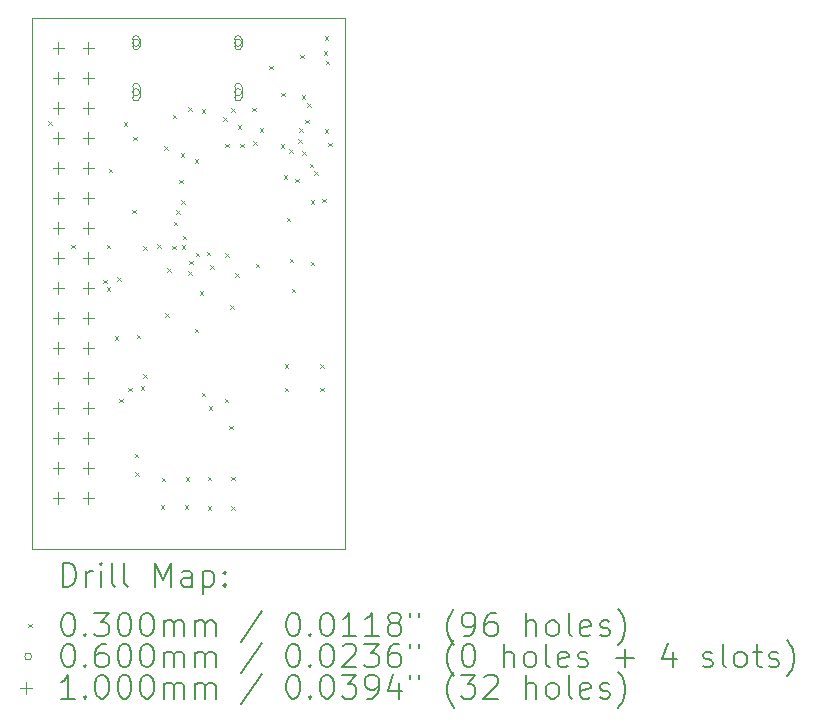
<source format=gbr>
%TF.GenerationSoftware,KiCad,Pcbnew,8.0.1*%
%TF.CreationDate,2024-04-26T14:46:44-05:00*%
%TF.ProjectId,Final Projeco,46696e61-6c20-4507-926f-6a65636f2e6b,rev?*%
%TF.SameCoordinates,Original*%
%TF.FileFunction,Drillmap*%
%TF.FilePolarity,Positive*%
%FSLAX45Y45*%
G04 Gerber Fmt 4.5, Leading zero omitted, Abs format (unit mm)*
G04 Created by KiCad (PCBNEW 8.0.1) date 2024-04-26 14:46:44*
%MOMM*%
%LPD*%
G01*
G04 APERTURE LIST*
%ADD10C,0.100000*%
%ADD11C,0.200000*%
G04 APERTURE END LIST*
D10*
X2500000Y-1550000D02*
X5150000Y-1550000D01*
X5150000Y-6050000D01*
X2500000Y-6050000D01*
X2500000Y-1550000D01*
D11*
D10*
X2636000Y-2428000D02*
X2666000Y-2458000D01*
X2666000Y-2428000D02*
X2636000Y-2458000D01*
X2829000Y-3472000D02*
X2859000Y-3502000D01*
X2859000Y-3472000D02*
X2829000Y-3502000D01*
X3098090Y-3767060D02*
X3128090Y-3797060D01*
X3128090Y-3767060D02*
X3098090Y-3797060D01*
X3128380Y-3833160D02*
X3158380Y-3863160D01*
X3158380Y-3833160D02*
X3128380Y-3863160D01*
X3129000Y-3474000D02*
X3159000Y-3504000D01*
X3159000Y-3474000D02*
X3129000Y-3504000D01*
X3147000Y-2829000D02*
X3177000Y-2859000D01*
X3177000Y-2829000D02*
X3147000Y-2859000D01*
X3196000Y-4245000D02*
X3226000Y-4275000D01*
X3226000Y-4245000D02*
X3196000Y-4275000D01*
X3217000Y-3747000D02*
X3247000Y-3777000D01*
X3247000Y-3747000D02*
X3217000Y-3777000D01*
X3237000Y-4776000D02*
X3267000Y-4806000D01*
X3267000Y-4776000D02*
X3237000Y-4806000D01*
X3272000Y-2435000D02*
X3302000Y-2465000D01*
X3302000Y-2435000D02*
X3272000Y-2465000D01*
X3310000Y-4685000D02*
X3340000Y-4715000D01*
X3340000Y-4685000D02*
X3310000Y-4715000D01*
X3347180Y-3176820D02*
X3377180Y-3206820D01*
X3377180Y-3176820D02*
X3347180Y-3206820D01*
X3353000Y-2559000D02*
X3383000Y-2589000D01*
X3383000Y-2559000D02*
X3353000Y-2589000D01*
X3367000Y-5241000D02*
X3397000Y-5271000D01*
X3397000Y-5241000D02*
X3367000Y-5271000D01*
X3373000Y-5400000D02*
X3403000Y-5430000D01*
X3403000Y-5400000D02*
X3373000Y-5430000D01*
X3385000Y-4235000D02*
X3415000Y-4265000D01*
X3415000Y-4235000D02*
X3385000Y-4265000D01*
X3417000Y-4671000D02*
X3447000Y-4701000D01*
X3447000Y-4671000D02*
X3417000Y-4701000D01*
X3438000Y-3483000D02*
X3468000Y-3513000D01*
X3468000Y-3483000D02*
X3438000Y-3513000D01*
X3440500Y-4570500D02*
X3470500Y-4600500D01*
X3470500Y-4570500D02*
X3440500Y-4600500D01*
X3558000Y-3467000D02*
X3588000Y-3497000D01*
X3588000Y-3467000D02*
X3558000Y-3497000D01*
X3587000Y-5679000D02*
X3617000Y-5709000D01*
X3617000Y-5679000D02*
X3587000Y-5709000D01*
X3595000Y-5446000D02*
X3625000Y-5476000D01*
X3625000Y-5446000D02*
X3595000Y-5476000D01*
X3617000Y-2638000D02*
X3647000Y-2668000D01*
X3647000Y-2638000D02*
X3617000Y-2668000D01*
X3627000Y-4052000D02*
X3657000Y-4082000D01*
X3657000Y-4052000D02*
X3627000Y-4082000D01*
X3642000Y-3670000D02*
X3672000Y-3700000D01*
X3672000Y-3670000D02*
X3642000Y-3700000D01*
X3682500Y-3482500D02*
X3712500Y-3512500D01*
X3712500Y-3482500D02*
X3682500Y-3512500D01*
X3690000Y-2372000D02*
X3720000Y-2402000D01*
X3720000Y-2372000D02*
X3690000Y-2402000D01*
X3695000Y-3279000D02*
X3725000Y-3309000D01*
X3725000Y-3279000D02*
X3695000Y-3309000D01*
X3719880Y-3179880D02*
X3749880Y-3209880D01*
X3749880Y-3179880D02*
X3719880Y-3209880D01*
X3743000Y-2922000D02*
X3773000Y-2952000D01*
X3773000Y-2922000D02*
X3743000Y-2952000D01*
X3755000Y-2699000D02*
X3785000Y-2729000D01*
X3785000Y-2699000D02*
X3755000Y-2729000D01*
X3760000Y-3096760D02*
X3790000Y-3126760D01*
X3790000Y-3096760D02*
X3760000Y-3126760D01*
X3766000Y-3477000D02*
X3796000Y-3507000D01*
X3796000Y-3477000D02*
X3766000Y-3507000D01*
X3773500Y-3395000D02*
X3803500Y-3425000D01*
X3803500Y-3395000D02*
X3773500Y-3425000D01*
X3791000Y-5679000D02*
X3821000Y-5709000D01*
X3821000Y-5679000D02*
X3791000Y-5709000D01*
X3799000Y-5439000D02*
X3829000Y-5469000D01*
X3829000Y-5439000D02*
X3799000Y-5469000D01*
X3818000Y-3697000D02*
X3848000Y-3727000D01*
X3848000Y-3697000D02*
X3818000Y-3727000D01*
X3820010Y-2310010D02*
X3850010Y-2340010D01*
X3850010Y-2310010D02*
X3820010Y-2340010D01*
X3829000Y-3608000D02*
X3859000Y-3638000D01*
X3859000Y-3608000D02*
X3829000Y-3638000D01*
X3873140Y-2749230D02*
X3903140Y-2779230D01*
X3903140Y-2749230D02*
X3873140Y-2779230D01*
X3875000Y-4185000D02*
X3905000Y-4215000D01*
X3905000Y-4185000D02*
X3875000Y-4215000D01*
X3884490Y-3541000D02*
X3914490Y-3571000D01*
X3914490Y-3541000D02*
X3884490Y-3571000D01*
X3915000Y-3865000D02*
X3945000Y-3895000D01*
X3945000Y-3865000D02*
X3915000Y-3895000D01*
X3935000Y-4725000D02*
X3965000Y-4755000D01*
X3965000Y-4725000D02*
X3935000Y-4755000D01*
X3935010Y-2325000D02*
X3965010Y-2355000D01*
X3965010Y-2325000D02*
X3935010Y-2355000D01*
X3976000Y-3530000D02*
X4006000Y-3560000D01*
X4006000Y-3530000D02*
X3976000Y-3560000D01*
X3985000Y-5435000D02*
X4015000Y-5465000D01*
X4015000Y-5435000D02*
X3985000Y-5465000D01*
X3985000Y-5685000D02*
X4015000Y-5715000D01*
X4015000Y-5685000D02*
X3985000Y-5715000D01*
X3992000Y-4841000D02*
X4022000Y-4871000D01*
X4022000Y-4841000D02*
X3992000Y-4871000D01*
X4005000Y-3645000D02*
X4035000Y-3675000D01*
X4035000Y-3645000D02*
X4005000Y-3675000D01*
X4114130Y-2393170D02*
X4144130Y-2423170D01*
X4144130Y-2393170D02*
X4114130Y-2423170D01*
X4127000Y-4778000D02*
X4157000Y-4808000D01*
X4157000Y-4778000D02*
X4127000Y-4808000D01*
X4131000Y-2616000D02*
X4161000Y-2646000D01*
X4161000Y-2616000D02*
X4131000Y-2646000D01*
X4132000Y-3545000D02*
X4162000Y-3575000D01*
X4162000Y-3545000D02*
X4132000Y-3575000D01*
X4165000Y-5005000D02*
X4195000Y-5035000D01*
X4195000Y-5005000D02*
X4165000Y-5035000D01*
X4175000Y-3985000D02*
X4205000Y-4015000D01*
X4205000Y-3985000D02*
X4175000Y-4015000D01*
X4185000Y-2315000D02*
X4215000Y-2345000D01*
X4215000Y-2315000D02*
X4185000Y-2345000D01*
X4185000Y-5435000D02*
X4215000Y-5465000D01*
X4215000Y-5435000D02*
X4185000Y-5465000D01*
X4185000Y-5685000D02*
X4215000Y-5715000D01*
X4215000Y-5685000D02*
X4185000Y-5715000D01*
X4216000Y-3715000D02*
X4246000Y-3745000D01*
X4246000Y-3715000D02*
X4216000Y-3745000D01*
X4239000Y-2459000D02*
X4269000Y-2489000D01*
X4269000Y-2459000D02*
X4239000Y-2489000D01*
X4258000Y-2618000D02*
X4288000Y-2648000D01*
X4288000Y-2618000D02*
X4258000Y-2648000D01*
X4361000Y-2314000D02*
X4391000Y-2344000D01*
X4391000Y-2314000D02*
X4361000Y-2344000D01*
X4369000Y-2596000D02*
X4399000Y-2626000D01*
X4399000Y-2596000D02*
X4369000Y-2626000D01*
X4391380Y-3635000D02*
X4421380Y-3665000D01*
X4421380Y-3635000D02*
X4391380Y-3665000D01*
X4425000Y-2485000D02*
X4455000Y-2515000D01*
X4455000Y-2485000D02*
X4425000Y-2515000D01*
X4505000Y-1955000D02*
X4535000Y-1985000D01*
X4535000Y-1955000D02*
X4505000Y-1985000D01*
X4604000Y-2620000D02*
X4634000Y-2650000D01*
X4634000Y-2620000D02*
X4604000Y-2650000D01*
X4605000Y-2187000D02*
X4635000Y-2217000D01*
X4635000Y-2187000D02*
X4605000Y-2217000D01*
X4629770Y-2883110D02*
X4659770Y-2913110D01*
X4659770Y-2883110D02*
X4629770Y-2913110D01*
X4635000Y-4485000D02*
X4665000Y-4515000D01*
X4665000Y-4485000D02*
X4635000Y-4515000D01*
X4635000Y-4685000D02*
X4665000Y-4715000D01*
X4665000Y-4685000D02*
X4635000Y-4715000D01*
X4655000Y-3245000D02*
X4685000Y-3275000D01*
X4685000Y-3245000D02*
X4655000Y-3275000D01*
X4676000Y-2666000D02*
X4706000Y-2696000D01*
X4706000Y-2666000D02*
X4676000Y-2696000D01*
X4680000Y-3590000D02*
X4710000Y-3620000D01*
X4710000Y-3590000D02*
X4680000Y-3620000D01*
X4695000Y-3845000D02*
X4725000Y-3875000D01*
X4725000Y-3845000D02*
X4695000Y-3875000D01*
X4724670Y-2915300D02*
X4754670Y-2945300D01*
X4754670Y-2915300D02*
X4724670Y-2945300D01*
X4750000Y-2580000D02*
X4780000Y-2610000D01*
X4780000Y-2580000D02*
X4750000Y-2610000D01*
X4758000Y-2485000D02*
X4788000Y-2515000D01*
X4788000Y-2485000D02*
X4758000Y-2515000D01*
X4769000Y-1864000D02*
X4799000Y-1894000D01*
X4799000Y-1864000D02*
X4769000Y-1894000D01*
X4782000Y-2205000D02*
X4812000Y-2235000D01*
X4812000Y-2205000D02*
X4782000Y-2235000D01*
X4785270Y-2680410D02*
X4815270Y-2710410D01*
X4815270Y-2680410D02*
X4785270Y-2710410D01*
X4811000Y-2414000D02*
X4841000Y-2444000D01*
X4841000Y-2414000D02*
X4811000Y-2444000D01*
X4828000Y-2276000D02*
X4858000Y-2306000D01*
X4858000Y-2276000D02*
X4828000Y-2306000D01*
X4848000Y-2786000D02*
X4878000Y-2816000D01*
X4878000Y-2786000D02*
X4848000Y-2816000D01*
X4855000Y-3095000D02*
X4885000Y-3125000D01*
X4885000Y-3095000D02*
X4855000Y-3125000D01*
X4855000Y-3615000D02*
X4885000Y-3645000D01*
X4885000Y-3615000D02*
X4855000Y-3645000D01*
X4887000Y-2850000D02*
X4917000Y-2880000D01*
X4917000Y-2850000D02*
X4887000Y-2880000D01*
X4935000Y-4485000D02*
X4965000Y-4515000D01*
X4965000Y-4485000D02*
X4935000Y-4515000D01*
X4935000Y-4685000D02*
X4965000Y-4715000D01*
X4965000Y-4685000D02*
X4935000Y-4715000D01*
X4952000Y-3083000D02*
X4982000Y-3113000D01*
X4982000Y-3083000D02*
X4952000Y-3113000D01*
X4965000Y-1835000D02*
X4995000Y-1865000D01*
X4995000Y-1835000D02*
X4965000Y-1865000D01*
X4975000Y-1705000D02*
X5005000Y-1735000D01*
X5005000Y-1705000D02*
X4975000Y-1735000D01*
X4976000Y-2495000D02*
X5006000Y-2525000D01*
X5006000Y-2495000D02*
X4976000Y-2525000D01*
X4985000Y-1915000D02*
X5015000Y-1945000D01*
X5015000Y-1915000D02*
X4985000Y-1945000D01*
X5007000Y-2609000D02*
X5037000Y-2639000D01*
X5037000Y-2609000D02*
X5007000Y-2639000D01*
X3407986Y-1762504D02*
G75*
G02*
X3347986Y-1762504I-30000J0D01*
G01*
X3347986Y-1762504D02*
G75*
G02*
X3407986Y-1762504I30000J0D01*
G01*
X3407986Y-1792504D02*
X3407986Y-1732504D01*
X3347986Y-1732504D02*
G75*
G02*
X3407986Y-1732504I30000J0D01*
G01*
X3347986Y-1732504D02*
X3347986Y-1792504D01*
X3347986Y-1792504D02*
G75*
G03*
X3407986Y-1792504I30000J0D01*
G01*
X3407986Y-2180513D02*
G75*
G02*
X3347986Y-2180513I-30000J0D01*
G01*
X3347986Y-2180513D02*
G75*
G02*
X3407986Y-2180513I30000J0D01*
G01*
X3407986Y-2225513D02*
X3407986Y-2135513D01*
X3347986Y-2135513D02*
G75*
G02*
X3407986Y-2135513I30000J0D01*
G01*
X3347986Y-2135513D02*
X3347986Y-2225513D01*
X3347986Y-2225513D02*
G75*
G03*
X3407986Y-2225513I30000J0D01*
G01*
X4271994Y-1762504D02*
G75*
G02*
X4211994Y-1762504I-30000J0D01*
G01*
X4211994Y-1762504D02*
G75*
G02*
X4271994Y-1762504I30000J0D01*
G01*
X4271994Y-1792504D02*
X4271994Y-1732504D01*
X4211994Y-1732504D02*
G75*
G02*
X4271994Y-1732504I30000J0D01*
G01*
X4211994Y-1732504D02*
X4211994Y-1792504D01*
X4211994Y-1792504D02*
G75*
G03*
X4271994Y-1792504I30000J0D01*
G01*
X4271994Y-2180513D02*
G75*
G02*
X4211994Y-2180513I-30000J0D01*
G01*
X4211994Y-2180513D02*
G75*
G02*
X4271994Y-2180513I30000J0D01*
G01*
X4271994Y-2225513D02*
X4271994Y-2135513D01*
X4211994Y-2135513D02*
G75*
G02*
X4271994Y-2135513I30000J0D01*
G01*
X4211994Y-2135513D02*
X4211994Y-2225513D01*
X4211994Y-2225513D02*
G75*
G03*
X4271994Y-2225513I30000J0D01*
G01*
X2721000Y-1754996D02*
X2721000Y-1854996D01*
X2671000Y-1804996D02*
X2771000Y-1804996D01*
X2721000Y-2008997D02*
X2721000Y-2108997D01*
X2671000Y-2058997D02*
X2771000Y-2058997D01*
X2721000Y-2262997D02*
X2721000Y-2362997D01*
X2671000Y-2312997D02*
X2771000Y-2312997D01*
X2721000Y-2516998D02*
X2721000Y-2616998D01*
X2671000Y-2566998D02*
X2771000Y-2566998D01*
X2721000Y-2770998D02*
X2721000Y-2870998D01*
X2671000Y-2820998D02*
X2771000Y-2820998D01*
X2721000Y-3024999D02*
X2721000Y-3124999D01*
X2671000Y-3074999D02*
X2771000Y-3074999D01*
X2721000Y-3278999D02*
X2721000Y-3378999D01*
X2671000Y-3328999D02*
X2771000Y-3328999D01*
X2721000Y-3533000D02*
X2721000Y-3633000D01*
X2671000Y-3583000D02*
X2771000Y-3583000D01*
X2721000Y-3787000D02*
X2721000Y-3887000D01*
X2671000Y-3837000D02*
X2771000Y-3837000D01*
X2721000Y-4041001D02*
X2721000Y-4141001D01*
X2671000Y-4091001D02*
X2771000Y-4091001D01*
X2721000Y-4295001D02*
X2721000Y-4395001D01*
X2671000Y-4345001D02*
X2771000Y-4345001D01*
X2721000Y-4549002D02*
X2721000Y-4649002D01*
X2671000Y-4599002D02*
X2771000Y-4599002D01*
X2721000Y-4803002D02*
X2721000Y-4903002D01*
X2671000Y-4853002D02*
X2771000Y-4853002D01*
X2721000Y-5057003D02*
X2721000Y-5157003D01*
X2671000Y-5107003D02*
X2771000Y-5107003D01*
X2721000Y-5311003D02*
X2721000Y-5411003D01*
X2671000Y-5361003D02*
X2771000Y-5361003D01*
X2721000Y-5565004D02*
X2721000Y-5665004D01*
X2671000Y-5615004D02*
X2771000Y-5615004D01*
X2975000Y-1754996D02*
X2975000Y-1854996D01*
X2925000Y-1804996D02*
X3025000Y-1804996D01*
X2975000Y-2008997D02*
X2975000Y-2108997D01*
X2925000Y-2058997D02*
X3025000Y-2058997D01*
X2975000Y-2262997D02*
X2975000Y-2362997D01*
X2925000Y-2312997D02*
X3025000Y-2312997D01*
X2975000Y-2516998D02*
X2975000Y-2616998D01*
X2925000Y-2566998D02*
X3025000Y-2566998D01*
X2975000Y-2770998D02*
X2975000Y-2870998D01*
X2925000Y-2820998D02*
X3025000Y-2820998D01*
X2975000Y-3024999D02*
X2975000Y-3124999D01*
X2925000Y-3074999D02*
X3025000Y-3074999D01*
X2975000Y-3278999D02*
X2975000Y-3378999D01*
X2925000Y-3328999D02*
X3025000Y-3328999D01*
X2975000Y-3533000D02*
X2975000Y-3633000D01*
X2925000Y-3583000D02*
X3025000Y-3583000D01*
X2975000Y-3787000D02*
X2975000Y-3887000D01*
X2925000Y-3837000D02*
X3025000Y-3837000D01*
X2975000Y-4041001D02*
X2975000Y-4141001D01*
X2925000Y-4091001D02*
X3025000Y-4091001D01*
X2975000Y-4295001D02*
X2975000Y-4395001D01*
X2925000Y-4345001D02*
X3025000Y-4345001D01*
X2975000Y-4549002D02*
X2975000Y-4649002D01*
X2925000Y-4599002D02*
X3025000Y-4599002D01*
X2975000Y-4803002D02*
X2975000Y-4903002D01*
X2925000Y-4853002D02*
X3025000Y-4853002D01*
X2975000Y-5057003D02*
X2975000Y-5157003D01*
X2925000Y-5107003D02*
X3025000Y-5107003D01*
X2975000Y-5311003D02*
X2975000Y-5411003D01*
X2925000Y-5361003D02*
X3025000Y-5361003D01*
X2975000Y-5565004D02*
X2975000Y-5665004D01*
X2925000Y-5615004D02*
X3025000Y-5615004D01*
D11*
X2755777Y-6366484D02*
X2755777Y-6166484D01*
X2755777Y-6166484D02*
X2803396Y-6166484D01*
X2803396Y-6166484D02*
X2831967Y-6176008D01*
X2831967Y-6176008D02*
X2851015Y-6195055D01*
X2851015Y-6195055D02*
X2860539Y-6214103D01*
X2860539Y-6214103D02*
X2870062Y-6252198D01*
X2870062Y-6252198D02*
X2870062Y-6280769D01*
X2870062Y-6280769D02*
X2860539Y-6318865D01*
X2860539Y-6318865D02*
X2851015Y-6337912D01*
X2851015Y-6337912D02*
X2831967Y-6356960D01*
X2831967Y-6356960D02*
X2803396Y-6366484D01*
X2803396Y-6366484D02*
X2755777Y-6366484D01*
X2955777Y-6366484D02*
X2955777Y-6233150D01*
X2955777Y-6271246D02*
X2965301Y-6252198D01*
X2965301Y-6252198D02*
X2974824Y-6242674D01*
X2974824Y-6242674D02*
X2993872Y-6233150D01*
X2993872Y-6233150D02*
X3012920Y-6233150D01*
X3079586Y-6366484D02*
X3079586Y-6233150D01*
X3079586Y-6166484D02*
X3070062Y-6176008D01*
X3070062Y-6176008D02*
X3079586Y-6185531D01*
X3079586Y-6185531D02*
X3089110Y-6176008D01*
X3089110Y-6176008D02*
X3079586Y-6166484D01*
X3079586Y-6166484D02*
X3079586Y-6185531D01*
X3203396Y-6366484D02*
X3184348Y-6356960D01*
X3184348Y-6356960D02*
X3174824Y-6337912D01*
X3174824Y-6337912D02*
X3174824Y-6166484D01*
X3308158Y-6366484D02*
X3289110Y-6356960D01*
X3289110Y-6356960D02*
X3279586Y-6337912D01*
X3279586Y-6337912D02*
X3279586Y-6166484D01*
X3536729Y-6366484D02*
X3536729Y-6166484D01*
X3536729Y-6166484D02*
X3603396Y-6309341D01*
X3603396Y-6309341D02*
X3670062Y-6166484D01*
X3670062Y-6166484D02*
X3670062Y-6366484D01*
X3851015Y-6366484D02*
X3851015Y-6261722D01*
X3851015Y-6261722D02*
X3841491Y-6242674D01*
X3841491Y-6242674D02*
X3822443Y-6233150D01*
X3822443Y-6233150D02*
X3784348Y-6233150D01*
X3784348Y-6233150D02*
X3765301Y-6242674D01*
X3851015Y-6356960D02*
X3831967Y-6366484D01*
X3831967Y-6366484D02*
X3784348Y-6366484D01*
X3784348Y-6366484D02*
X3765301Y-6356960D01*
X3765301Y-6356960D02*
X3755777Y-6337912D01*
X3755777Y-6337912D02*
X3755777Y-6318865D01*
X3755777Y-6318865D02*
X3765301Y-6299817D01*
X3765301Y-6299817D02*
X3784348Y-6290293D01*
X3784348Y-6290293D02*
X3831967Y-6290293D01*
X3831967Y-6290293D02*
X3851015Y-6280769D01*
X3946253Y-6233150D02*
X3946253Y-6433150D01*
X3946253Y-6242674D02*
X3965301Y-6233150D01*
X3965301Y-6233150D02*
X4003396Y-6233150D01*
X4003396Y-6233150D02*
X4022443Y-6242674D01*
X4022443Y-6242674D02*
X4031967Y-6252198D01*
X4031967Y-6252198D02*
X4041491Y-6271246D01*
X4041491Y-6271246D02*
X4041491Y-6328388D01*
X4041491Y-6328388D02*
X4031967Y-6347436D01*
X4031967Y-6347436D02*
X4022443Y-6356960D01*
X4022443Y-6356960D02*
X4003396Y-6366484D01*
X4003396Y-6366484D02*
X3965301Y-6366484D01*
X3965301Y-6366484D02*
X3946253Y-6356960D01*
X4127205Y-6347436D02*
X4136729Y-6356960D01*
X4136729Y-6356960D02*
X4127205Y-6366484D01*
X4127205Y-6366484D02*
X4117682Y-6356960D01*
X4117682Y-6356960D02*
X4127205Y-6347436D01*
X4127205Y-6347436D02*
X4127205Y-6366484D01*
X4127205Y-6242674D02*
X4136729Y-6252198D01*
X4136729Y-6252198D02*
X4127205Y-6261722D01*
X4127205Y-6261722D02*
X4117682Y-6252198D01*
X4117682Y-6252198D02*
X4127205Y-6242674D01*
X4127205Y-6242674D02*
X4127205Y-6261722D01*
D10*
X2465000Y-6680000D02*
X2495000Y-6710000D01*
X2495000Y-6680000D02*
X2465000Y-6710000D01*
D11*
X2793872Y-6586484D02*
X2812920Y-6586484D01*
X2812920Y-6586484D02*
X2831967Y-6596008D01*
X2831967Y-6596008D02*
X2841491Y-6605531D01*
X2841491Y-6605531D02*
X2851015Y-6624579D01*
X2851015Y-6624579D02*
X2860539Y-6662674D01*
X2860539Y-6662674D02*
X2860539Y-6710293D01*
X2860539Y-6710293D02*
X2851015Y-6748388D01*
X2851015Y-6748388D02*
X2841491Y-6767436D01*
X2841491Y-6767436D02*
X2831967Y-6776960D01*
X2831967Y-6776960D02*
X2812920Y-6786484D01*
X2812920Y-6786484D02*
X2793872Y-6786484D01*
X2793872Y-6786484D02*
X2774824Y-6776960D01*
X2774824Y-6776960D02*
X2765301Y-6767436D01*
X2765301Y-6767436D02*
X2755777Y-6748388D01*
X2755777Y-6748388D02*
X2746253Y-6710293D01*
X2746253Y-6710293D02*
X2746253Y-6662674D01*
X2746253Y-6662674D02*
X2755777Y-6624579D01*
X2755777Y-6624579D02*
X2765301Y-6605531D01*
X2765301Y-6605531D02*
X2774824Y-6596008D01*
X2774824Y-6596008D02*
X2793872Y-6586484D01*
X2946253Y-6767436D02*
X2955777Y-6776960D01*
X2955777Y-6776960D02*
X2946253Y-6786484D01*
X2946253Y-6786484D02*
X2936729Y-6776960D01*
X2936729Y-6776960D02*
X2946253Y-6767436D01*
X2946253Y-6767436D02*
X2946253Y-6786484D01*
X3022443Y-6586484D02*
X3146253Y-6586484D01*
X3146253Y-6586484D02*
X3079586Y-6662674D01*
X3079586Y-6662674D02*
X3108158Y-6662674D01*
X3108158Y-6662674D02*
X3127205Y-6672198D01*
X3127205Y-6672198D02*
X3136729Y-6681722D01*
X3136729Y-6681722D02*
X3146253Y-6700769D01*
X3146253Y-6700769D02*
X3146253Y-6748388D01*
X3146253Y-6748388D02*
X3136729Y-6767436D01*
X3136729Y-6767436D02*
X3127205Y-6776960D01*
X3127205Y-6776960D02*
X3108158Y-6786484D01*
X3108158Y-6786484D02*
X3051015Y-6786484D01*
X3051015Y-6786484D02*
X3031967Y-6776960D01*
X3031967Y-6776960D02*
X3022443Y-6767436D01*
X3270062Y-6586484D02*
X3289110Y-6586484D01*
X3289110Y-6586484D02*
X3308158Y-6596008D01*
X3308158Y-6596008D02*
X3317682Y-6605531D01*
X3317682Y-6605531D02*
X3327205Y-6624579D01*
X3327205Y-6624579D02*
X3336729Y-6662674D01*
X3336729Y-6662674D02*
X3336729Y-6710293D01*
X3336729Y-6710293D02*
X3327205Y-6748388D01*
X3327205Y-6748388D02*
X3317682Y-6767436D01*
X3317682Y-6767436D02*
X3308158Y-6776960D01*
X3308158Y-6776960D02*
X3289110Y-6786484D01*
X3289110Y-6786484D02*
X3270062Y-6786484D01*
X3270062Y-6786484D02*
X3251015Y-6776960D01*
X3251015Y-6776960D02*
X3241491Y-6767436D01*
X3241491Y-6767436D02*
X3231967Y-6748388D01*
X3231967Y-6748388D02*
X3222443Y-6710293D01*
X3222443Y-6710293D02*
X3222443Y-6662674D01*
X3222443Y-6662674D02*
X3231967Y-6624579D01*
X3231967Y-6624579D02*
X3241491Y-6605531D01*
X3241491Y-6605531D02*
X3251015Y-6596008D01*
X3251015Y-6596008D02*
X3270062Y-6586484D01*
X3460539Y-6586484D02*
X3479586Y-6586484D01*
X3479586Y-6586484D02*
X3498634Y-6596008D01*
X3498634Y-6596008D02*
X3508158Y-6605531D01*
X3508158Y-6605531D02*
X3517682Y-6624579D01*
X3517682Y-6624579D02*
X3527205Y-6662674D01*
X3527205Y-6662674D02*
X3527205Y-6710293D01*
X3527205Y-6710293D02*
X3517682Y-6748388D01*
X3517682Y-6748388D02*
X3508158Y-6767436D01*
X3508158Y-6767436D02*
X3498634Y-6776960D01*
X3498634Y-6776960D02*
X3479586Y-6786484D01*
X3479586Y-6786484D02*
X3460539Y-6786484D01*
X3460539Y-6786484D02*
X3441491Y-6776960D01*
X3441491Y-6776960D02*
X3431967Y-6767436D01*
X3431967Y-6767436D02*
X3422443Y-6748388D01*
X3422443Y-6748388D02*
X3412920Y-6710293D01*
X3412920Y-6710293D02*
X3412920Y-6662674D01*
X3412920Y-6662674D02*
X3422443Y-6624579D01*
X3422443Y-6624579D02*
X3431967Y-6605531D01*
X3431967Y-6605531D02*
X3441491Y-6596008D01*
X3441491Y-6596008D02*
X3460539Y-6586484D01*
X3612920Y-6786484D02*
X3612920Y-6653150D01*
X3612920Y-6672198D02*
X3622443Y-6662674D01*
X3622443Y-6662674D02*
X3641491Y-6653150D01*
X3641491Y-6653150D02*
X3670063Y-6653150D01*
X3670063Y-6653150D02*
X3689110Y-6662674D01*
X3689110Y-6662674D02*
X3698634Y-6681722D01*
X3698634Y-6681722D02*
X3698634Y-6786484D01*
X3698634Y-6681722D02*
X3708158Y-6662674D01*
X3708158Y-6662674D02*
X3727205Y-6653150D01*
X3727205Y-6653150D02*
X3755777Y-6653150D01*
X3755777Y-6653150D02*
X3774824Y-6662674D01*
X3774824Y-6662674D02*
X3784348Y-6681722D01*
X3784348Y-6681722D02*
X3784348Y-6786484D01*
X3879586Y-6786484D02*
X3879586Y-6653150D01*
X3879586Y-6672198D02*
X3889110Y-6662674D01*
X3889110Y-6662674D02*
X3908158Y-6653150D01*
X3908158Y-6653150D02*
X3936729Y-6653150D01*
X3936729Y-6653150D02*
X3955777Y-6662674D01*
X3955777Y-6662674D02*
X3965301Y-6681722D01*
X3965301Y-6681722D02*
X3965301Y-6786484D01*
X3965301Y-6681722D02*
X3974824Y-6662674D01*
X3974824Y-6662674D02*
X3993872Y-6653150D01*
X3993872Y-6653150D02*
X4022443Y-6653150D01*
X4022443Y-6653150D02*
X4041491Y-6662674D01*
X4041491Y-6662674D02*
X4051015Y-6681722D01*
X4051015Y-6681722D02*
X4051015Y-6786484D01*
X4441491Y-6576960D02*
X4270063Y-6834103D01*
X4698634Y-6586484D02*
X4717682Y-6586484D01*
X4717682Y-6586484D02*
X4736729Y-6596008D01*
X4736729Y-6596008D02*
X4746253Y-6605531D01*
X4746253Y-6605531D02*
X4755777Y-6624579D01*
X4755777Y-6624579D02*
X4765301Y-6662674D01*
X4765301Y-6662674D02*
X4765301Y-6710293D01*
X4765301Y-6710293D02*
X4755777Y-6748388D01*
X4755777Y-6748388D02*
X4746253Y-6767436D01*
X4746253Y-6767436D02*
X4736729Y-6776960D01*
X4736729Y-6776960D02*
X4717682Y-6786484D01*
X4717682Y-6786484D02*
X4698634Y-6786484D01*
X4698634Y-6786484D02*
X4679587Y-6776960D01*
X4679587Y-6776960D02*
X4670063Y-6767436D01*
X4670063Y-6767436D02*
X4660539Y-6748388D01*
X4660539Y-6748388D02*
X4651015Y-6710293D01*
X4651015Y-6710293D02*
X4651015Y-6662674D01*
X4651015Y-6662674D02*
X4660539Y-6624579D01*
X4660539Y-6624579D02*
X4670063Y-6605531D01*
X4670063Y-6605531D02*
X4679587Y-6596008D01*
X4679587Y-6596008D02*
X4698634Y-6586484D01*
X4851015Y-6767436D02*
X4860539Y-6776960D01*
X4860539Y-6776960D02*
X4851015Y-6786484D01*
X4851015Y-6786484D02*
X4841491Y-6776960D01*
X4841491Y-6776960D02*
X4851015Y-6767436D01*
X4851015Y-6767436D02*
X4851015Y-6786484D01*
X4984348Y-6586484D02*
X5003396Y-6586484D01*
X5003396Y-6586484D02*
X5022444Y-6596008D01*
X5022444Y-6596008D02*
X5031968Y-6605531D01*
X5031968Y-6605531D02*
X5041491Y-6624579D01*
X5041491Y-6624579D02*
X5051015Y-6662674D01*
X5051015Y-6662674D02*
X5051015Y-6710293D01*
X5051015Y-6710293D02*
X5041491Y-6748388D01*
X5041491Y-6748388D02*
X5031968Y-6767436D01*
X5031968Y-6767436D02*
X5022444Y-6776960D01*
X5022444Y-6776960D02*
X5003396Y-6786484D01*
X5003396Y-6786484D02*
X4984348Y-6786484D01*
X4984348Y-6786484D02*
X4965301Y-6776960D01*
X4965301Y-6776960D02*
X4955777Y-6767436D01*
X4955777Y-6767436D02*
X4946253Y-6748388D01*
X4946253Y-6748388D02*
X4936729Y-6710293D01*
X4936729Y-6710293D02*
X4936729Y-6662674D01*
X4936729Y-6662674D02*
X4946253Y-6624579D01*
X4946253Y-6624579D02*
X4955777Y-6605531D01*
X4955777Y-6605531D02*
X4965301Y-6596008D01*
X4965301Y-6596008D02*
X4984348Y-6586484D01*
X5241491Y-6786484D02*
X5127206Y-6786484D01*
X5184348Y-6786484D02*
X5184348Y-6586484D01*
X5184348Y-6586484D02*
X5165301Y-6615055D01*
X5165301Y-6615055D02*
X5146253Y-6634103D01*
X5146253Y-6634103D02*
X5127206Y-6643627D01*
X5431968Y-6786484D02*
X5317682Y-6786484D01*
X5374825Y-6786484D02*
X5374825Y-6586484D01*
X5374825Y-6586484D02*
X5355777Y-6615055D01*
X5355777Y-6615055D02*
X5336729Y-6634103D01*
X5336729Y-6634103D02*
X5317682Y-6643627D01*
X5546253Y-6672198D02*
X5527206Y-6662674D01*
X5527206Y-6662674D02*
X5517682Y-6653150D01*
X5517682Y-6653150D02*
X5508158Y-6634103D01*
X5508158Y-6634103D02*
X5508158Y-6624579D01*
X5508158Y-6624579D02*
X5517682Y-6605531D01*
X5517682Y-6605531D02*
X5527206Y-6596008D01*
X5527206Y-6596008D02*
X5546253Y-6586484D01*
X5546253Y-6586484D02*
X5584349Y-6586484D01*
X5584349Y-6586484D02*
X5603396Y-6596008D01*
X5603396Y-6596008D02*
X5612920Y-6605531D01*
X5612920Y-6605531D02*
X5622444Y-6624579D01*
X5622444Y-6624579D02*
X5622444Y-6634103D01*
X5622444Y-6634103D02*
X5612920Y-6653150D01*
X5612920Y-6653150D02*
X5603396Y-6662674D01*
X5603396Y-6662674D02*
X5584349Y-6672198D01*
X5584349Y-6672198D02*
X5546253Y-6672198D01*
X5546253Y-6672198D02*
X5527206Y-6681722D01*
X5527206Y-6681722D02*
X5517682Y-6691246D01*
X5517682Y-6691246D02*
X5508158Y-6710293D01*
X5508158Y-6710293D02*
X5508158Y-6748388D01*
X5508158Y-6748388D02*
X5517682Y-6767436D01*
X5517682Y-6767436D02*
X5527206Y-6776960D01*
X5527206Y-6776960D02*
X5546253Y-6786484D01*
X5546253Y-6786484D02*
X5584349Y-6786484D01*
X5584349Y-6786484D02*
X5603396Y-6776960D01*
X5603396Y-6776960D02*
X5612920Y-6767436D01*
X5612920Y-6767436D02*
X5622444Y-6748388D01*
X5622444Y-6748388D02*
X5622444Y-6710293D01*
X5622444Y-6710293D02*
X5612920Y-6691246D01*
X5612920Y-6691246D02*
X5603396Y-6681722D01*
X5603396Y-6681722D02*
X5584349Y-6672198D01*
X5698634Y-6586484D02*
X5698634Y-6624579D01*
X5774825Y-6586484D02*
X5774825Y-6624579D01*
X6070063Y-6862674D02*
X6060539Y-6853150D01*
X6060539Y-6853150D02*
X6041491Y-6824579D01*
X6041491Y-6824579D02*
X6031968Y-6805531D01*
X6031968Y-6805531D02*
X6022444Y-6776960D01*
X6022444Y-6776960D02*
X6012920Y-6729341D01*
X6012920Y-6729341D02*
X6012920Y-6691246D01*
X6012920Y-6691246D02*
X6022444Y-6643627D01*
X6022444Y-6643627D02*
X6031968Y-6615055D01*
X6031968Y-6615055D02*
X6041491Y-6596008D01*
X6041491Y-6596008D02*
X6060539Y-6567436D01*
X6060539Y-6567436D02*
X6070063Y-6557912D01*
X6155777Y-6786484D02*
X6193872Y-6786484D01*
X6193872Y-6786484D02*
X6212920Y-6776960D01*
X6212920Y-6776960D02*
X6222444Y-6767436D01*
X6222444Y-6767436D02*
X6241491Y-6738865D01*
X6241491Y-6738865D02*
X6251015Y-6700769D01*
X6251015Y-6700769D02*
X6251015Y-6624579D01*
X6251015Y-6624579D02*
X6241491Y-6605531D01*
X6241491Y-6605531D02*
X6231968Y-6596008D01*
X6231968Y-6596008D02*
X6212920Y-6586484D01*
X6212920Y-6586484D02*
X6174825Y-6586484D01*
X6174825Y-6586484D02*
X6155777Y-6596008D01*
X6155777Y-6596008D02*
X6146253Y-6605531D01*
X6146253Y-6605531D02*
X6136729Y-6624579D01*
X6136729Y-6624579D02*
X6136729Y-6672198D01*
X6136729Y-6672198D02*
X6146253Y-6691246D01*
X6146253Y-6691246D02*
X6155777Y-6700769D01*
X6155777Y-6700769D02*
X6174825Y-6710293D01*
X6174825Y-6710293D02*
X6212920Y-6710293D01*
X6212920Y-6710293D02*
X6231968Y-6700769D01*
X6231968Y-6700769D02*
X6241491Y-6691246D01*
X6241491Y-6691246D02*
X6251015Y-6672198D01*
X6422444Y-6586484D02*
X6384348Y-6586484D01*
X6384348Y-6586484D02*
X6365301Y-6596008D01*
X6365301Y-6596008D02*
X6355777Y-6605531D01*
X6355777Y-6605531D02*
X6336729Y-6634103D01*
X6336729Y-6634103D02*
X6327206Y-6672198D01*
X6327206Y-6672198D02*
X6327206Y-6748388D01*
X6327206Y-6748388D02*
X6336729Y-6767436D01*
X6336729Y-6767436D02*
X6346253Y-6776960D01*
X6346253Y-6776960D02*
X6365301Y-6786484D01*
X6365301Y-6786484D02*
X6403396Y-6786484D01*
X6403396Y-6786484D02*
X6422444Y-6776960D01*
X6422444Y-6776960D02*
X6431968Y-6767436D01*
X6431968Y-6767436D02*
X6441491Y-6748388D01*
X6441491Y-6748388D02*
X6441491Y-6700769D01*
X6441491Y-6700769D02*
X6431968Y-6681722D01*
X6431968Y-6681722D02*
X6422444Y-6672198D01*
X6422444Y-6672198D02*
X6403396Y-6662674D01*
X6403396Y-6662674D02*
X6365301Y-6662674D01*
X6365301Y-6662674D02*
X6346253Y-6672198D01*
X6346253Y-6672198D02*
X6336729Y-6681722D01*
X6336729Y-6681722D02*
X6327206Y-6700769D01*
X6679587Y-6786484D02*
X6679587Y-6586484D01*
X6765301Y-6786484D02*
X6765301Y-6681722D01*
X6765301Y-6681722D02*
X6755777Y-6662674D01*
X6755777Y-6662674D02*
X6736730Y-6653150D01*
X6736730Y-6653150D02*
X6708158Y-6653150D01*
X6708158Y-6653150D02*
X6689110Y-6662674D01*
X6689110Y-6662674D02*
X6679587Y-6672198D01*
X6889110Y-6786484D02*
X6870063Y-6776960D01*
X6870063Y-6776960D02*
X6860539Y-6767436D01*
X6860539Y-6767436D02*
X6851015Y-6748388D01*
X6851015Y-6748388D02*
X6851015Y-6691246D01*
X6851015Y-6691246D02*
X6860539Y-6672198D01*
X6860539Y-6672198D02*
X6870063Y-6662674D01*
X6870063Y-6662674D02*
X6889110Y-6653150D01*
X6889110Y-6653150D02*
X6917682Y-6653150D01*
X6917682Y-6653150D02*
X6936730Y-6662674D01*
X6936730Y-6662674D02*
X6946253Y-6672198D01*
X6946253Y-6672198D02*
X6955777Y-6691246D01*
X6955777Y-6691246D02*
X6955777Y-6748388D01*
X6955777Y-6748388D02*
X6946253Y-6767436D01*
X6946253Y-6767436D02*
X6936730Y-6776960D01*
X6936730Y-6776960D02*
X6917682Y-6786484D01*
X6917682Y-6786484D02*
X6889110Y-6786484D01*
X7070063Y-6786484D02*
X7051015Y-6776960D01*
X7051015Y-6776960D02*
X7041491Y-6757912D01*
X7041491Y-6757912D02*
X7041491Y-6586484D01*
X7222444Y-6776960D02*
X7203396Y-6786484D01*
X7203396Y-6786484D02*
X7165301Y-6786484D01*
X7165301Y-6786484D02*
X7146253Y-6776960D01*
X7146253Y-6776960D02*
X7136730Y-6757912D01*
X7136730Y-6757912D02*
X7136730Y-6681722D01*
X7136730Y-6681722D02*
X7146253Y-6662674D01*
X7146253Y-6662674D02*
X7165301Y-6653150D01*
X7165301Y-6653150D02*
X7203396Y-6653150D01*
X7203396Y-6653150D02*
X7222444Y-6662674D01*
X7222444Y-6662674D02*
X7231968Y-6681722D01*
X7231968Y-6681722D02*
X7231968Y-6700769D01*
X7231968Y-6700769D02*
X7136730Y-6719817D01*
X7308158Y-6776960D02*
X7327206Y-6786484D01*
X7327206Y-6786484D02*
X7365301Y-6786484D01*
X7365301Y-6786484D02*
X7384349Y-6776960D01*
X7384349Y-6776960D02*
X7393872Y-6757912D01*
X7393872Y-6757912D02*
X7393872Y-6748388D01*
X7393872Y-6748388D02*
X7384349Y-6729341D01*
X7384349Y-6729341D02*
X7365301Y-6719817D01*
X7365301Y-6719817D02*
X7336730Y-6719817D01*
X7336730Y-6719817D02*
X7317682Y-6710293D01*
X7317682Y-6710293D02*
X7308158Y-6691246D01*
X7308158Y-6691246D02*
X7308158Y-6681722D01*
X7308158Y-6681722D02*
X7317682Y-6662674D01*
X7317682Y-6662674D02*
X7336730Y-6653150D01*
X7336730Y-6653150D02*
X7365301Y-6653150D01*
X7365301Y-6653150D02*
X7384349Y-6662674D01*
X7460539Y-6862674D02*
X7470063Y-6853150D01*
X7470063Y-6853150D02*
X7489111Y-6824579D01*
X7489111Y-6824579D02*
X7498634Y-6805531D01*
X7498634Y-6805531D02*
X7508158Y-6776960D01*
X7508158Y-6776960D02*
X7517682Y-6729341D01*
X7517682Y-6729341D02*
X7517682Y-6691246D01*
X7517682Y-6691246D02*
X7508158Y-6643627D01*
X7508158Y-6643627D02*
X7498634Y-6615055D01*
X7498634Y-6615055D02*
X7489111Y-6596008D01*
X7489111Y-6596008D02*
X7470063Y-6567436D01*
X7470063Y-6567436D02*
X7460539Y-6557912D01*
D10*
X2495000Y-6959000D02*
G75*
G02*
X2435000Y-6959000I-30000J0D01*
G01*
X2435000Y-6959000D02*
G75*
G02*
X2495000Y-6959000I30000J0D01*
G01*
D11*
X2793872Y-6850484D02*
X2812920Y-6850484D01*
X2812920Y-6850484D02*
X2831967Y-6860008D01*
X2831967Y-6860008D02*
X2841491Y-6869531D01*
X2841491Y-6869531D02*
X2851015Y-6888579D01*
X2851015Y-6888579D02*
X2860539Y-6926674D01*
X2860539Y-6926674D02*
X2860539Y-6974293D01*
X2860539Y-6974293D02*
X2851015Y-7012388D01*
X2851015Y-7012388D02*
X2841491Y-7031436D01*
X2841491Y-7031436D02*
X2831967Y-7040960D01*
X2831967Y-7040960D02*
X2812920Y-7050484D01*
X2812920Y-7050484D02*
X2793872Y-7050484D01*
X2793872Y-7050484D02*
X2774824Y-7040960D01*
X2774824Y-7040960D02*
X2765301Y-7031436D01*
X2765301Y-7031436D02*
X2755777Y-7012388D01*
X2755777Y-7012388D02*
X2746253Y-6974293D01*
X2746253Y-6974293D02*
X2746253Y-6926674D01*
X2746253Y-6926674D02*
X2755777Y-6888579D01*
X2755777Y-6888579D02*
X2765301Y-6869531D01*
X2765301Y-6869531D02*
X2774824Y-6860008D01*
X2774824Y-6860008D02*
X2793872Y-6850484D01*
X2946253Y-7031436D02*
X2955777Y-7040960D01*
X2955777Y-7040960D02*
X2946253Y-7050484D01*
X2946253Y-7050484D02*
X2936729Y-7040960D01*
X2936729Y-7040960D02*
X2946253Y-7031436D01*
X2946253Y-7031436D02*
X2946253Y-7050484D01*
X3127205Y-6850484D02*
X3089110Y-6850484D01*
X3089110Y-6850484D02*
X3070062Y-6860008D01*
X3070062Y-6860008D02*
X3060539Y-6869531D01*
X3060539Y-6869531D02*
X3041491Y-6898103D01*
X3041491Y-6898103D02*
X3031967Y-6936198D01*
X3031967Y-6936198D02*
X3031967Y-7012388D01*
X3031967Y-7012388D02*
X3041491Y-7031436D01*
X3041491Y-7031436D02*
X3051015Y-7040960D01*
X3051015Y-7040960D02*
X3070062Y-7050484D01*
X3070062Y-7050484D02*
X3108158Y-7050484D01*
X3108158Y-7050484D02*
X3127205Y-7040960D01*
X3127205Y-7040960D02*
X3136729Y-7031436D01*
X3136729Y-7031436D02*
X3146253Y-7012388D01*
X3146253Y-7012388D02*
X3146253Y-6964769D01*
X3146253Y-6964769D02*
X3136729Y-6945722D01*
X3136729Y-6945722D02*
X3127205Y-6936198D01*
X3127205Y-6936198D02*
X3108158Y-6926674D01*
X3108158Y-6926674D02*
X3070062Y-6926674D01*
X3070062Y-6926674D02*
X3051015Y-6936198D01*
X3051015Y-6936198D02*
X3041491Y-6945722D01*
X3041491Y-6945722D02*
X3031967Y-6964769D01*
X3270062Y-6850484D02*
X3289110Y-6850484D01*
X3289110Y-6850484D02*
X3308158Y-6860008D01*
X3308158Y-6860008D02*
X3317682Y-6869531D01*
X3317682Y-6869531D02*
X3327205Y-6888579D01*
X3327205Y-6888579D02*
X3336729Y-6926674D01*
X3336729Y-6926674D02*
X3336729Y-6974293D01*
X3336729Y-6974293D02*
X3327205Y-7012388D01*
X3327205Y-7012388D02*
X3317682Y-7031436D01*
X3317682Y-7031436D02*
X3308158Y-7040960D01*
X3308158Y-7040960D02*
X3289110Y-7050484D01*
X3289110Y-7050484D02*
X3270062Y-7050484D01*
X3270062Y-7050484D02*
X3251015Y-7040960D01*
X3251015Y-7040960D02*
X3241491Y-7031436D01*
X3241491Y-7031436D02*
X3231967Y-7012388D01*
X3231967Y-7012388D02*
X3222443Y-6974293D01*
X3222443Y-6974293D02*
X3222443Y-6926674D01*
X3222443Y-6926674D02*
X3231967Y-6888579D01*
X3231967Y-6888579D02*
X3241491Y-6869531D01*
X3241491Y-6869531D02*
X3251015Y-6860008D01*
X3251015Y-6860008D02*
X3270062Y-6850484D01*
X3460539Y-6850484D02*
X3479586Y-6850484D01*
X3479586Y-6850484D02*
X3498634Y-6860008D01*
X3498634Y-6860008D02*
X3508158Y-6869531D01*
X3508158Y-6869531D02*
X3517682Y-6888579D01*
X3517682Y-6888579D02*
X3527205Y-6926674D01*
X3527205Y-6926674D02*
X3527205Y-6974293D01*
X3527205Y-6974293D02*
X3517682Y-7012388D01*
X3517682Y-7012388D02*
X3508158Y-7031436D01*
X3508158Y-7031436D02*
X3498634Y-7040960D01*
X3498634Y-7040960D02*
X3479586Y-7050484D01*
X3479586Y-7050484D02*
X3460539Y-7050484D01*
X3460539Y-7050484D02*
X3441491Y-7040960D01*
X3441491Y-7040960D02*
X3431967Y-7031436D01*
X3431967Y-7031436D02*
X3422443Y-7012388D01*
X3422443Y-7012388D02*
X3412920Y-6974293D01*
X3412920Y-6974293D02*
X3412920Y-6926674D01*
X3412920Y-6926674D02*
X3422443Y-6888579D01*
X3422443Y-6888579D02*
X3431967Y-6869531D01*
X3431967Y-6869531D02*
X3441491Y-6860008D01*
X3441491Y-6860008D02*
X3460539Y-6850484D01*
X3612920Y-7050484D02*
X3612920Y-6917150D01*
X3612920Y-6936198D02*
X3622443Y-6926674D01*
X3622443Y-6926674D02*
X3641491Y-6917150D01*
X3641491Y-6917150D02*
X3670063Y-6917150D01*
X3670063Y-6917150D02*
X3689110Y-6926674D01*
X3689110Y-6926674D02*
X3698634Y-6945722D01*
X3698634Y-6945722D02*
X3698634Y-7050484D01*
X3698634Y-6945722D02*
X3708158Y-6926674D01*
X3708158Y-6926674D02*
X3727205Y-6917150D01*
X3727205Y-6917150D02*
X3755777Y-6917150D01*
X3755777Y-6917150D02*
X3774824Y-6926674D01*
X3774824Y-6926674D02*
X3784348Y-6945722D01*
X3784348Y-6945722D02*
X3784348Y-7050484D01*
X3879586Y-7050484D02*
X3879586Y-6917150D01*
X3879586Y-6936198D02*
X3889110Y-6926674D01*
X3889110Y-6926674D02*
X3908158Y-6917150D01*
X3908158Y-6917150D02*
X3936729Y-6917150D01*
X3936729Y-6917150D02*
X3955777Y-6926674D01*
X3955777Y-6926674D02*
X3965301Y-6945722D01*
X3965301Y-6945722D02*
X3965301Y-7050484D01*
X3965301Y-6945722D02*
X3974824Y-6926674D01*
X3974824Y-6926674D02*
X3993872Y-6917150D01*
X3993872Y-6917150D02*
X4022443Y-6917150D01*
X4022443Y-6917150D02*
X4041491Y-6926674D01*
X4041491Y-6926674D02*
X4051015Y-6945722D01*
X4051015Y-6945722D02*
X4051015Y-7050484D01*
X4441491Y-6840960D02*
X4270063Y-7098103D01*
X4698634Y-6850484D02*
X4717682Y-6850484D01*
X4717682Y-6850484D02*
X4736729Y-6860008D01*
X4736729Y-6860008D02*
X4746253Y-6869531D01*
X4746253Y-6869531D02*
X4755777Y-6888579D01*
X4755777Y-6888579D02*
X4765301Y-6926674D01*
X4765301Y-6926674D02*
X4765301Y-6974293D01*
X4765301Y-6974293D02*
X4755777Y-7012388D01*
X4755777Y-7012388D02*
X4746253Y-7031436D01*
X4746253Y-7031436D02*
X4736729Y-7040960D01*
X4736729Y-7040960D02*
X4717682Y-7050484D01*
X4717682Y-7050484D02*
X4698634Y-7050484D01*
X4698634Y-7050484D02*
X4679587Y-7040960D01*
X4679587Y-7040960D02*
X4670063Y-7031436D01*
X4670063Y-7031436D02*
X4660539Y-7012388D01*
X4660539Y-7012388D02*
X4651015Y-6974293D01*
X4651015Y-6974293D02*
X4651015Y-6926674D01*
X4651015Y-6926674D02*
X4660539Y-6888579D01*
X4660539Y-6888579D02*
X4670063Y-6869531D01*
X4670063Y-6869531D02*
X4679587Y-6860008D01*
X4679587Y-6860008D02*
X4698634Y-6850484D01*
X4851015Y-7031436D02*
X4860539Y-7040960D01*
X4860539Y-7040960D02*
X4851015Y-7050484D01*
X4851015Y-7050484D02*
X4841491Y-7040960D01*
X4841491Y-7040960D02*
X4851015Y-7031436D01*
X4851015Y-7031436D02*
X4851015Y-7050484D01*
X4984348Y-6850484D02*
X5003396Y-6850484D01*
X5003396Y-6850484D02*
X5022444Y-6860008D01*
X5022444Y-6860008D02*
X5031968Y-6869531D01*
X5031968Y-6869531D02*
X5041491Y-6888579D01*
X5041491Y-6888579D02*
X5051015Y-6926674D01*
X5051015Y-6926674D02*
X5051015Y-6974293D01*
X5051015Y-6974293D02*
X5041491Y-7012388D01*
X5041491Y-7012388D02*
X5031968Y-7031436D01*
X5031968Y-7031436D02*
X5022444Y-7040960D01*
X5022444Y-7040960D02*
X5003396Y-7050484D01*
X5003396Y-7050484D02*
X4984348Y-7050484D01*
X4984348Y-7050484D02*
X4965301Y-7040960D01*
X4965301Y-7040960D02*
X4955777Y-7031436D01*
X4955777Y-7031436D02*
X4946253Y-7012388D01*
X4946253Y-7012388D02*
X4936729Y-6974293D01*
X4936729Y-6974293D02*
X4936729Y-6926674D01*
X4936729Y-6926674D02*
X4946253Y-6888579D01*
X4946253Y-6888579D02*
X4955777Y-6869531D01*
X4955777Y-6869531D02*
X4965301Y-6860008D01*
X4965301Y-6860008D02*
X4984348Y-6850484D01*
X5127206Y-6869531D02*
X5136729Y-6860008D01*
X5136729Y-6860008D02*
X5155777Y-6850484D01*
X5155777Y-6850484D02*
X5203396Y-6850484D01*
X5203396Y-6850484D02*
X5222444Y-6860008D01*
X5222444Y-6860008D02*
X5231968Y-6869531D01*
X5231968Y-6869531D02*
X5241491Y-6888579D01*
X5241491Y-6888579D02*
X5241491Y-6907627D01*
X5241491Y-6907627D02*
X5231968Y-6936198D01*
X5231968Y-6936198D02*
X5117682Y-7050484D01*
X5117682Y-7050484D02*
X5241491Y-7050484D01*
X5308158Y-6850484D02*
X5431968Y-6850484D01*
X5431968Y-6850484D02*
X5365301Y-6926674D01*
X5365301Y-6926674D02*
X5393872Y-6926674D01*
X5393872Y-6926674D02*
X5412920Y-6936198D01*
X5412920Y-6936198D02*
X5422444Y-6945722D01*
X5422444Y-6945722D02*
X5431968Y-6964769D01*
X5431968Y-6964769D02*
X5431968Y-7012388D01*
X5431968Y-7012388D02*
X5422444Y-7031436D01*
X5422444Y-7031436D02*
X5412920Y-7040960D01*
X5412920Y-7040960D02*
X5393872Y-7050484D01*
X5393872Y-7050484D02*
X5336729Y-7050484D01*
X5336729Y-7050484D02*
X5317682Y-7040960D01*
X5317682Y-7040960D02*
X5308158Y-7031436D01*
X5603396Y-6850484D02*
X5565301Y-6850484D01*
X5565301Y-6850484D02*
X5546253Y-6860008D01*
X5546253Y-6860008D02*
X5536729Y-6869531D01*
X5536729Y-6869531D02*
X5517682Y-6898103D01*
X5517682Y-6898103D02*
X5508158Y-6936198D01*
X5508158Y-6936198D02*
X5508158Y-7012388D01*
X5508158Y-7012388D02*
X5517682Y-7031436D01*
X5517682Y-7031436D02*
X5527206Y-7040960D01*
X5527206Y-7040960D02*
X5546253Y-7050484D01*
X5546253Y-7050484D02*
X5584349Y-7050484D01*
X5584349Y-7050484D02*
X5603396Y-7040960D01*
X5603396Y-7040960D02*
X5612920Y-7031436D01*
X5612920Y-7031436D02*
X5622444Y-7012388D01*
X5622444Y-7012388D02*
X5622444Y-6964769D01*
X5622444Y-6964769D02*
X5612920Y-6945722D01*
X5612920Y-6945722D02*
X5603396Y-6936198D01*
X5603396Y-6936198D02*
X5584349Y-6926674D01*
X5584349Y-6926674D02*
X5546253Y-6926674D01*
X5546253Y-6926674D02*
X5527206Y-6936198D01*
X5527206Y-6936198D02*
X5517682Y-6945722D01*
X5517682Y-6945722D02*
X5508158Y-6964769D01*
X5698634Y-6850484D02*
X5698634Y-6888579D01*
X5774825Y-6850484D02*
X5774825Y-6888579D01*
X6070063Y-7126674D02*
X6060539Y-7117150D01*
X6060539Y-7117150D02*
X6041491Y-7088579D01*
X6041491Y-7088579D02*
X6031968Y-7069531D01*
X6031968Y-7069531D02*
X6022444Y-7040960D01*
X6022444Y-7040960D02*
X6012920Y-6993341D01*
X6012920Y-6993341D02*
X6012920Y-6955246D01*
X6012920Y-6955246D02*
X6022444Y-6907627D01*
X6022444Y-6907627D02*
X6031968Y-6879055D01*
X6031968Y-6879055D02*
X6041491Y-6860008D01*
X6041491Y-6860008D02*
X6060539Y-6831436D01*
X6060539Y-6831436D02*
X6070063Y-6821912D01*
X6184348Y-6850484D02*
X6203396Y-6850484D01*
X6203396Y-6850484D02*
X6222444Y-6860008D01*
X6222444Y-6860008D02*
X6231968Y-6869531D01*
X6231968Y-6869531D02*
X6241491Y-6888579D01*
X6241491Y-6888579D02*
X6251015Y-6926674D01*
X6251015Y-6926674D02*
X6251015Y-6974293D01*
X6251015Y-6974293D02*
X6241491Y-7012388D01*
X6241491Y-7012388D02*
X6231968Y-7031436D01*
X6231968Y-7031436D02*
X6222444Y-7040960D01*
X6222444Y-7040960D02*
X6203396Y-7050484D01*
X6203396Y-7050484D02*
X6184348Y-7050484D01*
X6184348Y-7050484D02*
X6165301Y-7040960D01*
X6165301Y-7040960D02*
X6155777Y-7031436D01*
X6155777Y-7031436D02*
X6146253Y-7012388D01*
X6146253Y-7012388D02*
X6136729Y-6974293D01*
X6136729Y-6974293D02*
X6136729Y-6926674D01*
X6136729Y-6926674D02*
X6146253Y-6888579D01*
X6146253Y-6888579D02*
X6155777Y-6869531D01*
X6155777Y-6869531D02*
X6165301Y-6860008D01*
X6165301Y-6860008D02*
X6184348Y-6850484D01*
X6489110Y-7050484D02*
X6489110Y-6850484D01*
X6574825Y-7050484D02*
X6574825Y-6945722D01*
X6574825Y-6945722D02*
X6565301Y-6926674D01*
X6565301Y-6926674D02*
X6546253Y-6917150D01*
X6546253Y-6917150D02*
X6517682Y-6917150D01*
X6517682Y-6917150D02*
X6498634Y-6926674D01*
X6498634Y-6926674D02*
X6489110Y-6936198D01*
X6698634Y-7050484D02*
X6679587Y-7040960D01*
X6679587Y-7040960D02*
X6670063Y-7031436D01*
X6670063Y-7031436D02*
X6660539Y-7012388D01*
X6660539Y-7012388D02*
X6660539Y-6955246D01*
X6660539Y-6955246D02*
X6670063Y-6936198D01*
X6670063Y-6936198D02*
X6679587Y-6926674D01*
X6679587Y-6926674D02*
X6698634Y-6917150D01*
X6698634Y-6917150D02*
X6727206Y-6917150D01*
X6727206Y-6917150D02*
X6746253Y-6926674D01*
X6746253Y-6926674D02*
X6755777Y-6936198D01*
X6755777Y-6936198D02*
X6765301Y-6955246D01*
X6765301Y-6955246D02*
X6765301Y-7012388D01*
X6765301Y-7012388D02*
X6755777Y-7031436D01*
X6755777Y-7031436D02*
X6746253Y-7040960D01*
X6746253Y-7040960D02*
X6727206Y-7050484D01*
X6727206Y-7050484D02*
X6698634Y-7050484D01*
X6879587Y-7050484D02*
X6860539Y-7040960D01*
X6860539Y-7040960D02*
X6851015Y-7021912D01*
X6851015Y-7021912D02*
X6851015Y-6850484D01*
X7031968Y-7040960D02*
X7012920Y-7050484D01*
X7012920Y-7050484D02*
X6974825Y-7050484D01*
X6974825Y-7050484D02*
X6955777Y-7040960D01*
X6955777Y-7040960D02*
X6946253Y-7021912D01*
X6946253Y-7021912D02*
X6946253Y-6945722D01*
X6946253Y-6945722D02*
X6955777Y-6926674D01*
X6955777Y-6926674D02*
X6974825Y-6917150D01*
X6974825Y-6917150D02*
X7012920Y-6917150D01*
X7012920Y-6917150D02*
X7031968Y-6926674D01*
X7031968Y-6926674D02*
X7041491Y-6945722D01*
X7041491Y-6945722D02*
X7041491Y-6964769D01*
X7041491Y-6964769D02*
X6946253Y-6983817D01*
X7117682Y-7040960D02*
X7136730Y-7050484D01*
X7136730Y-7050484D02*
X7174825Y-7050484D01*
X7174825Y-7050484D02*
X7193872Y-7040960D01*
X7193872Y-7040960D02*
X7203396Y-7021912D01*
X7203396Y-7021912D02*
X7203396Y-7012388D01*
X7203396Y-7012388D02*
X7193872Y-6993341D01*
X7193872Y-6993341D02*
X7174825Y-6983817D01*
X7174825Y-6983817D02*
X7146253Y-6983817D01*
X7146253Y-6983817D02*
X7127206Y-6974293D01*
X7127206Y-6974293D02*
X7117682Y-6955246D01*
X7117682Y-6955246D02*
X7117682Y-6945722D01*
X7117682Y-6945722D02*
X7127206Y-6926674D01*
X7127206Y-6926674D02*
X7146253Y-6917150D01*
X7146253Y-6917150D02*
X7174825Y-6917150D01*
X7174825Y-6917150D02*
X7193872Y-6926674D01*
X7441492Y-6974293D02*
X7593873Y-6974293D01*
X7517682Y-7050484D02*
X7517682Y-6898103D01*
X7927206Y-6917150D02*
X7927206Y-7050484D01*
X7879587Y-6840960D02*
X7831968Y-6983817D01*
X7831968Y-6983817D02*
X7955777Y-6983817D01*
X8174825Y-7040960D02*
X8193873Y-7050484D01*
X8193873Y-7050484D02*
X8231968Y-7050484D01*
X8231968Y-7050484D02*
X8251015Y-7040960D01*
X8251015Y-7040960D02*
X8260539Y-7021912D01*
X8260539Y-7021912D02*
X8260539Y-7012388D01*
X8260539Y-7012388D02*
X8251015Y-6993341D01*
X8251015Y-6993341D02*
X8231968Y-6983817D01*
X8231968Y-6983817D02*
X8203396Y-6983817D01*
X8203396Y-6983817D02*
X8184349Y-6974293D01*
X8184349Y-6974293D02*
X8174825Y-6955246D01*
X8174825Y-6955246D02*
X8174825Y-6945722D01*
X8174825Y-6945722D02*
X8184349Y-6926674D01*
X8184349Y-6926674D02*
X8203396Y-6917150D01*
X8203396Y-6917150D02*
X8231968Y-6917150D01*
X8231968Y-6917150D02*
X8251015Y-6926674D01*
X8374825Y-7050484D02*
X8355777Y-7040960D01*
X8355777Y-7040960D02*
X8346254Y-7021912D01*
X8346254Y-7021912D02*
X8346254Y-6850484D01*
X8479587Y-7050484D02*
X8460539Y-7040960D01*
X8460539Y-7040960D02*
X8451016Y-7031436D01*
X8451016Y-7031436D02*
X8441492Y-7012388D01*
X8441492Y-7012388D02*
X8441492Y-6955246D01*
X8441492Y-6955246D02*
X8451016Y-6936198D01*
X8451016Y-6936198D02*
X8460539Y-6926674D01*
X8460539Y-6926674D02*
X8479587Y-6917150D01*
X8479587Y-6917150D02*
X8508158Y-6917150D01*
X8508158Y-6917150D02*
X8527206Y-6926674D01*
X8527206Y-6926674D02*
X8536730Y-6936198D01*
X8536730Y-6936198D02*
X8546254Y-6955246D01*
X8546254Y-6955246D02*
X8546254Y-7012388D01*
X8546254Y-7012388D02*
X8536730Y-7031436D01*
X8536730Y-7031436D02*
X8527206Y-7040960D01*
X8527206Y-7040960D02*
X8508158Y-7050484D01*
X8508158Y-7050484D02*
X8479587Y-7050484D01*
X8603397Y-6917150D02*
X8679587Y-6917150D01*
X8631968Y-6850484D02*
X8631968Y-7021912D01*
X8631968Y-7021912D02*
X8641492Y-7040960D01*
X8641492Y-7040960D02*
X8660539Y-7050484D01*
X8660539Y-7050484D02*
X8679587Y-7050484D01*
X8736730Y-7040960D02*
X8755777Y-7050484D01*
X8755777Y-7050484D02*
X8793873Y-7050484D01*
X8793873Y-7050484D02*
X8812920Y-7040960D01*
X8812920Y-7040960D02*
X8822444Y-7021912D01*
X8822444Y-7021912D02*
X8822444Y-7012388D01*
X8822444Y-7012388D02*
X8812920Y-6993341D01*
X8812920Y-6993341D02*
X8793873Y-6983817D01*
X8793873Y-6983817D02*
X8765301Y-6983817D01*
X8765301Y-6983817D02*
X8746254Y-6974293D01*
X8746254Y-6974293D02*
X8736730Y-6955246D01*
X8736730Y-6955246D02*
X8736730Y-6945722D01*
X8736730Y-6945722D02*
X8746254Y-6926674D01*
X8746254Y-6926674D02*
X8765301Y-6917150D01*
X8765301Y-6917150D02*
X8793873Y-6917150D01*
X8793873Y-6917150D02*
X8812920Y-6926674D01*
X8889111Y-7126674D02*
X8898635Y-7117150D01*
X8898635Y-7117150D02*
X8917682Y-7088579D01*
X8917682Y-7088579D02*
X8927206Y-7069531D01*
X8927206Y-7069531D02*
X8936730Y-7040960D01*
X8936730Y-7040960D02*
X8946254Y-6993341D01*
X8946254Y-6993341D02*
X8946254Y-6955246D01*
X8946254Y-6955246D02*
X8936730Y-6907627D01*
X8936730Y-6907627D02*
X8927206Y-6879055D01*
X8927206Y-6879055D02*
X8917682Y-6860008D01*
X8917682Y-6860008D02*
X8898635Y-6831436D01*
X8898635Y-6831436D02*
X8889111Y-6821912D01*
D10*
X2445000Y-7173000D02*
X2445000Y-7273000D01*
X2395000Y-7223000D02*
X2495000Y-7223000D01*
D11*
X2860539Y-7314484D02*
X2746253Y-7314484D01*
X2803396Y-7314484D02*
X2803396Y-7114484D01*
X2803396Y-7114484D02*
X2784348Y-7143055D01*
X2784348Y-7143055D02*
X2765301Y-7162103D01*
X2765301Y-7162103D02*
X2746253Y-7171627D01*
X2946253Y-7295436D02*
X2955777Y-7304960D01*
X2955777Y-7304960D02*
X2946253Y-7314484D01*
X2946253Y-7314484D02*
X2936729Y-7304960D01*
X2936729Y-7304960D02*
X2946253Y-7295436D01*
X2946253Y-7295436D02*
X2946253Y-7314484D01*
X3079586Y-7114484D02*
X3098634Y-7114484D01*
X3098634Y-7114484D02*
X3117682Y-7124008D01*
X3117682Y-7124008D02*
X3127205Y-7133531D01*
X3127205Y-7133531D02*
X3136729Y-7152579D01*
X3136729Y-7152579D02*
X3146253Y-7190674D01*
X3146253Y-7190674D02*
X3146253Y-7238293D01*
X3146253Y-7238293D02*
X3136729Y-7276388D01*
X3136729Y-7276388D02*
X3127205Y-7295436D01*
X3127205Y-7295436D02*
X3117682Y-7304960D01*
X3117682Y-7304960D02*
X3098634Y-7314484D01*
X3098634Y-7314484D02*
X3079586Y-7314484D01*
X3079586Y-7314484D02*
X3060539Y-7304960D01*
X3060539Y-7304960D02*
X3051015Y-7295436D01*
X3051015Y-7295436D02*
X3041491Y-7276388D01*
X3041491Y-7276388D02*
X3031967Y-7238293D01*
X3031967Y-7238293D02*
X3031967Y-7190674D01*
X3031967Y-7190674D02*
X3041491Y-7152579D01*
X3041491Y-7152579D02*
X3051015Y-7133531D01*
X3051015Y-7133531D02*
X3060539Y-7124008D01*
X3060539Y-7124008D02*
X3079586Y-7114484D01*
X3270062Y-7114484D02*
X3289110Y-7114484D01*
X3289110Y-7114484D02*
X3308158Y-7124008D01*
X3308158Y-7124008D02*
X3317682Y-7133531D01*
X3317682Y-7133531D02*
X3327205Y-7152579D01*
X3327205Y-7152579D02*
X3336729Y-7190674D01*
X3336729Y-7190674D02*
X3336729Y-7238293D01*
X3336729Y-7238293D02*
X3327205Y-7276388D01*
X3327205Y-7276388D02*
X3317682Y-7295436D01*
X3317682Y-7295436D02*
X3308158Y-7304960D01*
X3308158Y-7304960D02*
X3289110Y-7314484D01*
X3289110Y-7314484D02*
X3270062Y-7314484D01*
X3270062Y-7314484D02*
X3251015Y-7304960D01*
X3251015Y-7304960D02*
X3241491Y-7295436D01*
X3241491Y-7295436D02*
X3231967Y-7276388D01*
X3231967Y-7276388D02*
X3222443Y-7238293D01*
X3222443Y-7238293D02*
X3222443Y-7190674D01*
X3222443Y-7190674D02*
X3231967Y-7152579D01*
X3231967Y-7152579D02*
X3241491Y-7133531D01*
X3241491Y-7133531D02*
X3251015Y-7124008D01*
X3251015Y-7124008D02*
X3270062Y-7114484D01*
X3460539Y-7114484D02*
X3479586Y-7114484D01*
X3479586Y-7114484D02*
X3498634Y-7124008D01*
X3498634Y-7124008D02*
X3508158Y-7133531D01*
X3508158Y-7133531D02*
X3517682Y-7152579D01*
X3517682Y-7152579D02*
X3527205Y-7190674D01*
X3527205Y-7190674D02*
X3527205Y-7238293D01*
X3527205Y-7238293D02*
X3517682Y-7276388D01*
X3517682Y-7276388D02*
X3508158Y-7295436D01*
X3508158Y-7295436D02*
X3498634Y-7304960D01*
X3498634Y-7304960D02*
X3479586Y-7314484D01*
X3479586Y-7314484D02*
X3460539Y-7314484D01*
X3460539Y-7314484D02*
X3441491Y-7304960D01*
X3441491Y-7304960D02*
X3431967Y-7295436D01*
X3431967Y-7295436D02*
X3422443Y-7276388D01*
X3422443Y-7276388D02*
X3412920Y-7238293D01*
X3412920Y-7238293D02*
X3412920Y-7190674D01*
X3412920Y-7190674D02*
X3422443Y-7152579D01*
X3422443Y-7152579D02*
X3431967Y-7133531D01*
X3431967Y-7133531D02*
X3441491Y-7124008D01*
X3441491Y-7124008D02*
X3460539Y-7114484D01*
X3612920Y-7314484D02*
X3612920Y-7181150D01*
X3612920Y-7200198D02*
X3622443Y-7190674D01*
X3622443Y-7190674D02*
X3641491Y-7181150D01*
X3641491Y-7181150D02*
X3670063Y-7181150D01*
X3670063Y-7181150D02*
X3689110Y-7190674D01*
X3689110Y-7190674D02*
X3698634Y-7209722D01*
X3698634Y-7209722D02*
X3698634Y-7314484D01*
X3698634Y-7209722D02*
X3708158Y-7190674D01*
X3708158Y-7190674D02*
X3727205Y-7181150D01*
X3727205Y-7181150D02*
X3755777Y-7181150D01*
X3755777Y-7181150D02*
X3774824Y-7190674D01*
X3774824Y-7190674D02*
X3784348Y-7209722D01*
X3784348Y-7209722D02*
X3784348Y-7314484D01*
X3879586Y-7314484D02*
X3879586Y-7181150D01*
X3879586Y-7200198D02*
X3889110Y-7190674D01*
X3889110Y-7190674D02*
X3908158Y-7181150D01*
X3908158Y-7181150D02*
X3936729Y-7181150D01*
X3936729Y-7181150D02*
X3955777Y-7190674D01*
X3955777Y-7190674D02*
X3965301Y-7209722D01*
X3965301Y-7209722D02*
X3965301Y-7314484D01*
X3965301Y-7209722D02*
X3974824Y-7190674D01*
X3974824Y-7190674D02*
X3993872Y-7181150D01*
X3993872Y-7181150D02*
X4022443Y-7181150D01*
X4022443Y-7181150D02*
X4041491Y-7190674D01*
X4041491Y-7190674D02*
X4051015Y-7209722D01*
X4051015Y-7209722D02*
X4051015Y-7314484D01*
X4441491Y-7104960D02*
X4270063Y-7362103D01*
X4698634Y-7114484D02*
X4717682Y-7114484D01*
X4717682Y-7114484D02*
X4736729Y-7124008D01*
X4736729Y-7124008D02*
X4746253Y-7133531D01*
X4746253Y-7133531D02*
X4755777Y-7152579D01*
X4755777Y-7152579D02*
X4765301Y-7190674D01*
X4765301Y-7190674D02*
X4765301Y-7238293D01*
X4765301Y-7238293D02*
X4755777Y-7276388D01*
X4755777Y-7276388D02*
X4746253Y-7295436D01*
X4746253Y-7295436D02*
X4736729Y-7304960D01*
X4736729Y-7304960D02*
X4717682Y-7314484D01*
X4717682Y-7314484D02*
X4698634Y-7314484D01*
X4698634Y-7314484D02*
X4679587Y-7304960D01*
X4679587Y-7304960D02*
X4670063Y-7295436D01*
X4670063Y-7295436D02*
X4660539Y-7276388D01*
X4660539Y-7276388D02*
X4651015Y-7238293D01*
X4651015Y-7238293D02*
X4651015Y-7190674D01*
X4651015Y-7190674D02*
X4660539Y-7152579D01*
X4660539Y-7152579D02*
X4670063Y-7133531D01*
X4670063Y-7133531D02*
X4679587Y-7124008D01*
X4679587Y-7124008D02*
X4698634Y-7114484D01*
X4851015Y-7295436D02*
X4860539Y-7304960D01*
X4860539Y-7304960D02*
X4851015Y-7314484D01*
X4851015Y-7314484D02*
X4841491Y-7304960D01*
X4841491Y-7304960D02*
X4851015Y-7295436D01*
X4851015Y-7295436D02*
X4851015Y-7314484D01*
X4984348Y-7114484D02*
X5003396Y-7114484D01*
X5003396Y-7114484D02*
X5022444Y-7124008D01*
X5022444Y-7124008D02*
X5031968Y-7133531D01*
X5031968Y-7133531D02*
X5041491Y-7152579D01*
X5041491Y-7152579D02*
X5051015Y-7190674D01*
X5051015Y-7190674D02*
X5051015Y-7238293D01*
X5051015Y-7238293D02*
X5041491Y-7276388D01*
X5041491Y-7276388D02*
X5031968Y-7295436D01*
X5031968Y-7295436D02*
X5022444Y-7304960D01*
X5022444Y-7304960D02*
X5003396Y-7314484D01*
X5003396Y-7314484D02*
X4984348Y-7314484D01*
X4984348Y-7314484D02*
X4965301Y-7304960D01*
X4965301Y-7304960D02*
X4955777Y-7295436D01*
X4955777Y-7295436D02*
X4946253Y-7276388D01*
X4946253Y-7276388D02*
X4936729Y-7238293D01*
X4936729Y-7238293D02*
X4936729Y-7190674D01*
X4936729Y-7190674D02*
X4946253Y-7152579D01*
X4946253Y-7152579D02*
X4955777Y-7133531D01*
X4955777Y-7133531D02*
X4965301Y-7124008D01*
X4965301Y-7124008D02*
X4984348Y-7114484D01*
X5117682Y-7114484D02*
X5241491Y-7114484D01*
X5241491Y-7114484D02*
X5174825Y-7190674D01*
X5174825Y-7190674D02*
X5203396Y-7190674D01*
X5203396Y-7190674D02*
X5222444Y-7200198D01*
X5222444Y-7200198D02*
X5231968Y-7209722D01*
X5231968Y-7209722D02*
X5241491Y-7228769D01*
X5241491Y-7228769D02*
X5241491Y-7276388D01*
X5241491Y-7276388D02*
X5231968Y-7295436D01*
X5231968Y-7295436D02*
X5222444Y-7304960D01*
X5222444Y-7304960D02*
X5203396Y-7314484D01*
X5203396Y-7314484D02*
X5146253Y-7314484D01*
X5146253Y-7314484D02*
X5127206Y-7304960D01*
X5127206Y-7304960D02*
X5117682Y-7295436D01*
X5336729Y-7314484D02*
X5374825Y-7314484D01*
X5374825Y-7314484D02*
X5393872Y-7304960D01*
X5393872Y-7304960D02*
X5403396Y-7295436D01*
X5403396Y-7295436D02*
X5422444Y-7266865D01*
X5422444Y-7266865D02*
X5431968Y-7228769D01*
X5431968Y-7228769D02*
X5431968Y-7152579D01*
X5431968Y-7152579D02*
X5422444Y-7133531D01*
X5422444Y-7133531D02*
X5412920Y-7124008D01*
X5412920Y-7124008D02*
X5393872Y-7114484D01*
X5393872Y-7114484D02*
X5355777Y-7114484D01*
X5355777Y-7114484D02*
X5336729Y-7124008D01*
X5336729Y-7124008D02*
X5327206Y-7133531D01*
X5327206Y-7133531D02*
X5317682Y-7152579D01*
X5317682Y-7152579D02*
X5317682Y-7200198D01*
X5317682Y-7200198D02*
X5327206Y-7219246D01*
X5327206Y-7219246D02*
X5336729Y-7228769D01*
X5336729Y-7228769D02*
X5355777Y-7238293D01*
X5355777Y-7238293D02*
X5393872Y-7238293D01*
X5393872Y-7238293D02*
X5412920Y-7228769D01*
X5412920Y-7228769D02*
X5422444Y-7219246D01*
X5422444Y-7219246D02*
X5431968Y-7200198D01*
X5603396Y-7181150D02*
X5603396Y-7314484D01*
X5555777Y-7104960D02*
X5508158Y-7247817D01*
X5508158Y-7247817D02*
X5631967Y-7247817D01*
X5698634Y-7114484D02*
X5698634Y-7152579D01*
X5774825Y-7114484D02*
X5774825Y-7152579D01*
X6070063Y-7390674D02*
X6060539Y-7381150D01*
X6060539Y-7381150D02*
X6041491Y-7352579D01*
X6041491Y-7352579D02*
X6031968Y-7333531D01*
X6031968Y-7333531D02*
X6022444Y-7304960D01*
X6022444Y-7304960D02*
X6012920Y-7257341D01*
X6012920Y-7257341D02*
X6012920Y-7219246D01*
X6012920Y-7219246D02*
X6022444Y-7171627D01*
X6022444Y-7171627D02*
X6031968Y-7143055D01*
X6031968Y-7143055D02*
X6041491Y-7124008D01*
X6041491Y-7124008D02*
X6060539Y-7095436D01*
X6060539Y-7095436D02*
X6070063Y-7085912D01*
X6127206Y-7114484D02*
X6251015Y-7114484D01*
X6251015Y-7114484D02*
X6184348Y-7190674D01*
X6184348Y-7190674D02*
X6212920Y-7190674D01*
X6212920Y-7190674D02*
X6231968Y-7200198D01*
X6231968Y-7200198D02*
X6241491Y-7209722D01*
X6241491Y-7209722D02*
X6251015Y-7228769D01*
X6251015Y-7228769D02*
X6251015Y-7276388D01*
X6251015Y-7276388D02*
X6241491Y-7295436D01*
X6241491Y-7295436D02*
X6231968Y-7304960D01*
X6231968Y-7304960D02*
X6212920Y-7314484D01*
X6212920Y-7314484D02*
X6155777Y-7314484D01*
X6155777Y-7314484D02*
X6136729Y-7304960D01*
X6136729Y-7304960D02*
X6127206Y-7295436D01*
X6327206Y-7133531D02*
X6336729Y-7124008D01*
X6336729Y-7124008D02*
X6355777Y-7114484D01*
X6355777Y-7114484D02*
X6403396Y-7114484D01*
X6403396Y-7114484D02*
X6422444Y-7124008D01*
X6422444Y-7124008D02*
X6431968Y-7133531D01*
X6431968Y-7133531D02*
X6441491Y-7152579D01*
X6441491Y-7152579D02*
X6441491Y-7171627D01*
X6441491Y-7171627D02*
X6431968Y-7200198D01*
X6431968Y-7200198D02*
X6317682Y-7314484D01*
X6317682Y-7314484D02*
X6441491Y-7314484D01*
X6679587Y-7314484D02*
X6679587Y-7114484D01*
X6765301Y-7314484D02*
X6765301Y-7209722D01*
X6765301Y-7209722D02*
X6755777Y-7190674D01*
X6755777Y-7190674D02*
X6736730Y-7181150D01*
X6736730Y-7181150D02*
X6708158Y-7181150D01*
X6708158Y-7181150D02*
X6689110Y-7190674D01*
X6689110Y-7190674D02*
X6679587Y-7200198D01*
X6889110Y-7314484D02*
X6870063Y-7304960D01*
X6870063Y-7304960D02*
X6860539Y-7295436D01*
X6860539Y-7295436D02*
X6851015Y-7276388D01*
X6851015Y-7276388D02*
X6851015Y-7219246D01*
X6851015Y-7219246D02*
X6860539Y-7200198D01*
X6860539Y-7200198D02*
X6870063Y-7190674D01*
X6870063Y-7190674D02*
X6889110Y-7181150D01*
X6889110Y-7181150D02*
X6917682Y-7181150D01*
X6917682Y-7181150D02*
X6936730Y-7190674D01*
X6936730Y-7190674D02*
X6946253Y-7200198D01*
X6946253Y-7200198D02*
X6955777Y-7219246D01*
X6955777Y-7219246D02*
X6955777Y-7276388D01*
X6955777Y-7276388D02*
X6946253Y-7295436D01*
X6946253Y-7295436D02*
X6936730Y-7304960D01*
X6936730Y-7304960D02*
X6917682Y-7314484D01*
X6917682Y-7314484D02*
X6889110Y-7314484D01*
X7070063Y-7314484D02*
X7051015Y-7304960D01*
X7051015Y-7304960D02*
X7041491Y-7285912D01*
X7041491Y-7285912D02*
X7041491Y-7114484D01*
X7222444Y-7304960D02*
X7203396Y-7314484D01*
X7203396Y-7314484D02*
X7165301Y-7314484D01*
X7165301Y-7314484D02*
X7146253Y-7304960D01*
X7146253Y-7304960D02*
X7136730Y-7285912D01*
X7136730Y-7285912D02*
X7136730Y-7209722D01*
X7136730Y-7209722D02*
X7146253Y-7190674D01*
X7146253Y-7190674D02*
X7165301Y-7181150D01*
X7165301Y-7181150D02*
X7203396Y-7181150D01*
X7203396Y-7181150D02*
X7222444Y-7190674D01*
X7222444Y-7190674D02*
X7231968Y-7209722D01*
X7231968Y-7209722D02*
X7231968Y-7228769D01*
X7231968Y-7228769D02*
X7136730Y-7247817D01*
X7308158Y-7304960D02*
X7327206Y-7314484D01*
X7327206Y-7314484D02*
X7365301Y-7314484D01*
X7365301Y-7314484D02*
X7384349Y-7304960D01*
X7384349Y-7304960D02*
X7393872Y-7285912D01*
X7393872Y-7285912D02*
X7393872Y-7276388D01*
X7393872Y-7276388D02*
X7384349Y-7257341D01*
X7384349Y-7257341D02*
X7365301Y-7247817D01*
X7365301Y-7247817D02*
X7336730Y-7247817D01*
X7336730Y-7247817D02*
X7317682Y-7238293D01*
X7317682Y-7238293D02*
X7308158Y-7219246D01*
X7308158Y-7219246D02*
X7308158Y-7209722D01*
X7308158Y-7209722D02*
X7317682Y-7190674D01*
X7317682Y-7190674D02*
X7336730Y-7181150D01*
X7336730Y-7181150D02*
X7365301Y-7181150D01*
X7365301Y-7181150D02*
X7384349Y-7190674D01*
X7460539Y-7390674D02*
X7470063Y-7381150D01*
X7470063Y-7381150D02*
X7489111Y-7352579D01*
X7489111Y-7352579D02*
X7498634Y-7333531D01*
X7498634Y-7333531D02*
X7508158Y-7304960D01*
X7508158Y-7304960D02*
X7517682Y-7257341D01*
X7517682Y-7257341D02*
X7517682Y-7219246D01*
X7517682Y-7219246D02*
X7508158Y-7171627D01*
X7508158Y-7171627D02*
X7498634Y-7143055D01*
X7498634Y-7143055D02*
X7489111Y-7124008D01*
X7489111Y-7124008D02*
X7470063Y-7095436D01*
X7470063Y-7095436D02*
X7460539Y-7085912D01*
M02*

</source>
